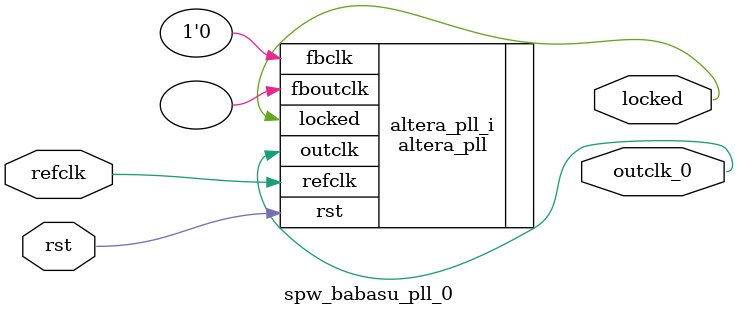
<source format=v>
`timescale 1ns/10ps
module  spw_babasu_pll_0(

	// interface 'refclk'
	input wire refclk,

	// interface 'reset'
	input wire rst,

	// interface 'outclk0'
	output wire outclk_0,

	// interface 'locked'
	output wire locked
);

	altera_pll #(
		.fractional_vco_multiplier("false"),
		.reference_clock_frequency("50.0 MHz"),
		.operation_mode("normal"),
		.number_of_clocks(1),
		.output_clock_frequency0("200.000000 MHz"),
		.phase_shift0("0 ps"),
		.duty_cycle0(50),
		.output_clock_frequency1("0 MHz"),
		.phase_shift1("0 ps"),
		.duty_cycle1(50),
		.output_clock_frequency2("0 MHz"),
		.phase_shift2("0 ps"),
		.duty_cycle2(50),
		.output_clock_frequency3("0 MHz"),
		.phase_shift3("0 ps"),
		.duty_cycle3(50),
		.output_clock_frequency4("0 MHz"),
		.phase_shift4("0 ps"),
		.duty_cycle4(50),
		.output_clock_frequency5("0 MHz"),
		.phase_shift5("0 ps"),
		.duty_cycle5(50),
		.output_clock_frequency6("0 MHz"),
		.phase_shift6("0 ps"),
		.duty_cycle6(50),
		.output_clock_frequency7("0 MHz"),
		.phase_shift7("0 ps"),
		.duty_cycle7(50),
		.output_clock_frequency8("0 MHz"),
		.phase_shift8("0 ps"),
		.duty_cycle8(50),
		.output_clock_frequency9("0 MHz"),
		.phase_shift9("0 ps"),
		.duty_cycle9(50),
		.output_clock_frequency10("0 MHz"),
		.phase_shift10("0 ps"),
		.duty_cycle10(50),
		.output_clock_frequency11("0 MHz"),
		.phase_shift11("0 ps"),
		.duty_cycle11(50),
		.output_clock_frequency12("0 MHz"),
		.phase_shift12("0 ps"),
		.duty_cycle12(50),
		.output_clock_frequency13("0 MHz"),
		.phase_shift13("0 ps"),
		.duty_cycle13(50),
		.output_clock_frequency14("0 MHz"),
		.phase_shift14("0 ps"),
		.duty_cycle14(50),
		.output_clock_frequency15("0 MHz"),
		.phase_shift15("0 ps"),
		.duty_cycle15(50),
		.output_clock_frequency16("0 MHz"),
		.phase_shift16("0 ps"),
		.duty_cycle16(50),
		.output_clock_frequency17("0 MHz"),
		.phase_shift17("0 ps"),
		.duty_cycle17(50),
		.pll_type("General"),
		.pll_subtype("General")
	) altera_pll_i (
		.rst	(rst),
		.outclk	({outclk_0}),
		.locked	(locked),
		.fboutclk	( ),
		.fbclk	(1'b0),
		.refclk	(refclk)
	);
endmodule


</source>
